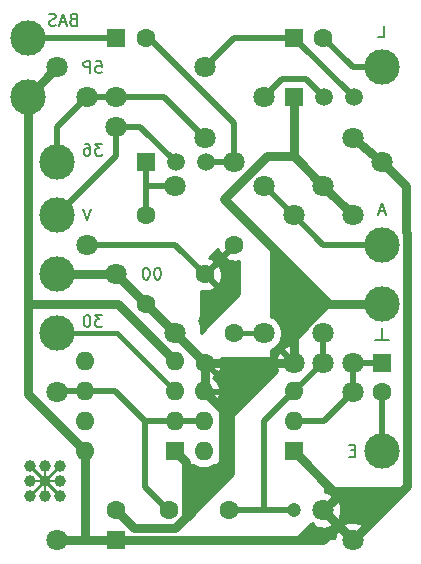
<source format=gbr>
%TF.GenerationSoftware,KiCad,Pcbnew,5.1.10*%
%TF.CreationDate,2021-12-12T21:50:47+01:00*%
%TF.ProjectId,Magnetbandinterface_4k-System,4d61676e-6574-4626-916e-64696e746572,rev?*%
%TF.SameCoordinates,Original*%
%TF.FileFunction,Copper,L2,Bot*%
%TF.FilePolarity,Positive*%
%FSLAX46Y46*%
G04 Gerber Fmt 4.6, Leading zero omitted, Abs format (unit mm)*
G04 Created by KiCad (PCBNEW 5.1.10) date 2021-12-12 21:50:47*
%MOMM*%
%LPD*%
G01*
G04 APERTURE LIST*
%TA.AperFunction,NonConductor*%
%ADD10C,0.150000*%
%TD*%
%TA.AperFunction,SMDPad,CuDef*%
%ADD11C,0.100000*%
%TD*%
%TA.AperFunction,SMDPad,CuDef*%
%ADD12R,2.540000X0.250000*%
%TD*%
%TA.AperFunction,SMDPad,CuDef*%
%ADD13R,0.250000X2.540000*%
%TD*%
%TA.AperFunction,SMDPad,CuDef*%
%ADD14C,1.000000*%
%TD*%
%TA.AperFunction,ComponentPad*%
%ADD15C,1.600000*%
%TD*%
%TA.AperFunction,ComponentPad*%
%ADD16C,3.000000*%
%TD*%
%TA.AperFunction,ComponentPad*%
%ADD17C,1.800000*%
%TD*%
%TA.AperFunction,ComponentPad*%
%ADD18R,1.500000X1.500000*%
%TD*%
%TA.AperFunction,ComponentPad*%
%ADD19C,1.500000*%
%TD*%
%TA.AperFunction,ComponentPad*%
%ADD20O,1.600000X1.600000*%
%TD*%
%TA.AperFunction,ComponentPad*%
%ADD21R,1.600000X1.600000*%
%TD*%
%TA.AperFunction,ViaPad*%
%ADD22C,1.200000*%
%TD*%
%TA.AperFunction,Conductor*%
%ADD23C,0.500000*%
%TD*%
%TA.AperFunction,Conductor*%
%ADD24C,0.800000*%
%TD*%
%TA.AperFunction,Conductor*%
%ADD25C,0.400000*%
%TD*%
%TA.AperFunction,Conductor*%
%ADD26C,0.254000*%
%TD*%
%TA.AperFunction,Conductor*%
%ADD27C,0.100000*%
%TD*%
G04 APERTURE END LIST*
D10*
X105833333Y-99428571D02*
X105690476Y-99476190D01*
X105642857Y-99523809D01*
X105595238Y-99619047D01*
X105595238Y-99761904D01*
X105642857Y-99857142D01*
X105690476Y-99904761D01*
X105785714Y-99952380D01*
X106166666Y-99952380D01*
X106166666Y-98952380D01*
X105833333Y-98952380D01*
X105738095Y-99000000D01*
X105690476Y-99047619D01*
X105642857Y-99142857D01*
X105642857Y-99238095D01*
X105690476Y-99333333D01*
X105738095Y-99380952D01*
X105833333Y-99428571D01*
X106166666Y-99428571D01*
X105214285Y-99666666D02*
X104738095Y-99666666D01*
X105309523Y-99952380D02*
X104976190Y-98952380D01*
X104642857Y-99952380D01*
X104357142Y-99904761D02*
X104214285Y-99952380D01*
X103976190Y-99952380D01*
X103880952Y-99904761D01*
X103833333Y-99857142D01*
X103785714Y-99761904D01*
X103785714Y-99666666D01*
X103833333Y-99571428D01*
X103880952Y-99523809D01*
X103976190Y-99476190D01*
X104166666Y-99428571D01*
X104261904Y-99380952D01*
X104309523Y-99333333D01*
X104357142Y-99238095D01*
X104357142Y-99142857D01*
X104309523Y-99047619D01*
X104261904Y-99000000D01*
X104166666Y-98952380D01*
X103928571Y-98952380D01*
X103785714Y-99000000D01*
X107761904Y-102952380D02*
X108238095Y-102952380D01*
X108285714Y-103428571D01*
X108238095Y-103380952D01*
X108142857Y-103333333D01*
X107904761Y-103333333D01*
X107809523Y-103380952D01*
X107761904Y-103428571D01*
X107714285Y-103523809D01*
X107714285Y-103761904D01*
X107761904Y-103857142D01*
X107809523Y-103904761D01*
X107904761Y-103952380D01*
X108142857Y-103952380D01*
X108238095Y-103904761D01*
X108285714Y-103857142D01*
X107285714Y-103952380D02*
X107285714Y-102952380D01*
X106904761Y-102952380D01*
X106809523Y-103000000D01*
X106761904Y-103047619D01*
X106714285Y-103142857D01*
X106714285Y-103285714D01*
X106761904Y-103380952D01*
X106809523Y-103428571D01*
X106904761Y-103476190D01*
X107285714Y-103476190D01*
X108309523Y-109952380D02*
X107690476Y-109952380D01*
X108023809Y-110333333D01*
X107880952Y-110333333D01*
X107785714Y-110380952D01*
X107738095Y-110428571D01*
X107690476Y-110523809D01*
X107690476Y-110761904D01*
X107738095Y-110857142D01*
X107785714Y-110904761D01*
X107880952Y-110952380D01*
X108166666Y-110952380D01*
X108261904Y-110904761D01*
X108309523Y-110857142D01*
X106833333Y-109952380D02*
X107023809Y-109952380D01*
X107119047Y-110000000D01*
X107166666Y-110047619D01*
X107261904Y-110190476D01*
X107309523Y-110380952D01*
X107309523Y-110761904D01*
X107261904Y-110857142D01*
X107214285Y-110904761D01*
X107119047Y-110952380D01*
X106928571Y-110952380D01*
X106833333Y-110904761D01*
X106785714Y-110857142D01*
X106738095Y-110761904D01*
X106738095Y-110523809D01*
X106785714Y-110428571D01*
X106833333Y-110380952D01*
X106928571Y-110333333D01*
X107119047Y-110333333D01*
X107214285Y-110380952D01*
X107261904Y-110428571D01*
X107309523Y-110523809D01*
X107333333Y-115452380D02*
X107000000Y-116452380D01*
X106666666Y-115452380D01*
X108309523Y-124452380D02*
X107690476Y-124452380D01*
X108023809Y-124833333D01*
X107880952Y-124833333D01*
X107785714Y-124880952D01*
X107738095Y-124928571D01*
X107690476Y-125023809D01*
X107690476Y-125261904D01*
X107738095Y-125357142D01*
X107785714Y-125404761D01*
X107880952Y-125452380D01*
X108166666Y-125452380D01*
X108261904Y-125404761D01*
X108309523Y-125357142D01*
X107071428Y-124452380D02*
X106976190Y-124452380D01*
X106880952Y-124500000D01*
X106833333Y-124547619D01*
X106785714Y-124642857D01*
X106738095Y-124833333D01*
X106738095Y-125071428D01*
X106785714Y-125261904D01*
X106833333Y-125357142D01*
X106880952Y-125404761D01*
X106976190Y-125452380D01*
X107071428Y-125452380D01*
X107166666Y-125404761D01*
X107214285Y-125357142D01*
X107261904Y-125261904D01*
X107309523Y-125071428D01*
X107309523Y-124833333D01*
X107261904Y-124642857D01*
X107214285Y-124547619D01*
X107166666Y-124500000D01*
X107071428Y-124452380D01*
X113023809Y-120452380D02*
X112928571Y-120452380D01*
X112833333Y-120500000D01*
X112785714Y-120547619D01*
X112738095Y-120642857D01*
X112690476Y-120833333D01*
X112690476Y-121071428D01*
X112738095Y-121261904D01*
X112785714Y-121357142D01*
X112833333Y-121404761D01*
X112928571Y-121452380D01*
X113023809Y-121452380D01*
X113119047Y-121404761D01*
X113166666Y-121357142D01*
X113214285Y-121261904D01*
X113261904Y-121071428D01*
X113261904Y-120833333D01*
X113214285Y-120642857D01*
X113166666Y-120547619D01*
X113119047Y-120500000D01*
X113023809Y-120452380D01*
X112071428Y-120452380D02*
X111976190Y-120452380D01*
X111880952Y-120500000D01*
X111833333Y-120547619D01*
X111785714Y-120642857D01*
X111738095Y-120833333D01*
X111738095Y-121071428D01*
X111785714Y-121261904D01*
X111833333Y-121357142D01*
X111880952Y-121404761D01*
X111976190Y-121452380D01*
X112071428Y-121452380D01*
X112166666Y-121404761D01*
X112214285Y-121357142D01*
X112261904Y-121261904D01*
X112309523Y-121071428D01*
X112309523Y-120833333D01*
X112261904Y-120642857D01*
X112214285Y-120547619D01*
X112166666Y-120500000D01*
X112071428Y-120452380D01*
X131428571Y-126547619D02*
X132571428Y-126547619D01*
X132000000Y-125547619D02*
X132000000Y-126547619D01*
X129714285Y-135928571D02*
X129380952Y-135928571D01*
X129238095Y-136452380D02*
X129714285Y-136452380D01*
X129714285Y-135452380D01*
X129238095Y-135452380D01*
X132238095Y-115666666D02*
X131761904Y-115666666D01*
X132333333Y-115952380D02*
X132000000Y-114952380D01*
X131666666Y-115952380D01*
X131690476Y-100952380D02*
X132166666Y-100952380D01*
X132166666Y-99952380D01*
%TA.AperFunction,SMDPad,CuDef*%
D11*
%TO.P,REF\u002A\u002A,2*%
%TO.N,N/C*%
G36*
X102315596Y-137138819D02*
G01*
X104861181Y-139684404D01*
X104684404Y-139861181D01*
X102138819Y-137315596D01*
X102315596Y-137138819D01*
G37*
%TD.AperFunction*%
%TA.AperFunction,SMDPad,CuDef*%
G36*
X102138819Y-139684404D02*
G01*
X104684404Y-137138819D01*
X104861181Y-137315596D01*
X102315596Y-139861181D01*
X102138819Y-139684404D01*
G37*
%TD.AperFunction*%
D12*
X103500000Y-138500000D03*
D13*
X103500000Y-138500000D03*
D14*
%TO.P,REF\u002A\u002A,1*%
X102230000Y-138500000D03*
X102230000Y-137230000D03*
X103500000Y-137230000D03*
X104770000Y-137230000D03*
X104770000Y-138500000D03*
X104770000Y-139770000D03*
X103500000Y-139770000D03*
X102230000Y-139770000D03*
X103500000Y-138500000D03*
%TD*%
D15*
%TO.P,C14,2*%
%TO.N,Net-(C13-Pad1)*%
X119500000Y-118500000D03*
%TO.P,C14,1*%
%TO.N,Net-(C14-Pad1)*%
X119500000Y-126000000D03*
%TD*%
%TO.P,C13,2*%
%TO.N,GND*%
X117000000Y-128500000D03*
%TO.P,C13,1*%
%TO.N,Net-(C13-Pad1)*%
X117000000Y-121000000D03*
%TD*%
%TO.P,C2,2*%
%TO.N,GND*%
X112000000Y-123500000D03*
%TO.P,C2,1*%
%TO.N,Net-(C2-Pad1)*%
X112000000Y-116000000D03*
%TD*%
D16*
%TO.P,TP10,1*%
%TO.N,/L*%
X132000000Y-103500000D03*
%TD*%
%TO.P,TP9,1*%
%TO.N,+5P*%
X102000000Y-106000000D03*
%TD*%
%TO.P,TP8,1*%
%TO.N,Net-(R4-Pad1)*%
X104500000Y-116000000D03*
%TD*%
%TO.P,TP7,1*%
%TO.N,Net-(C1-Pad1)*%
X102000000Y-101000000D03*
%TD*%
%TO.P,TP6,1*%
%TO.N,GND*%
X104500000Y-121000000D03*
%TD*%
%TO.P,TP5,1*%
%TO.N,/P30*%
X104500000Y-126000000D03*
%TD*%
%TO.P,TP4,1*%
%TO.N,/P36*%
X104500000Y-111500000D03*
%TD*%
%TO.P,TP3,1*%
%TO.N,/A*%
X132000000Y-118500000D03*
%TD*%
%TO.P,TP2,1*%
%TO.N,GND*%
X132000000Y-123500000D03*
%TD*%
%TO.P,TP1,1*%
%TO.N,/E*%
X132000000Y-136000000D03*
%TD*%
D17*
%TO.P,R19,2*%
%TO.N,GND*%
X124500000Y-128500000D03*
%TO.P,R19,1*%
%TO.N,/A*%
X124500000Y-116000000D03*
%TD*%
%TO.P,R18,2*%
%TO.N,GND*%
X129500000Y-116000000D03*
%TO.P,R18,1*%
%TO.N,Net-(C16-Pad1)*%
X129500000Y-128500000D03*
%TD*%
%TO.P,R17,2*%
%TO.N,Net-(C16-Pad1)*%
X129500000Y-131000000D03*
%TO.P,R17,1*%
%TO.N,+5P*%
X129500000Y-143500000D03*
%TD*%
%TO.P,R15,2*%
%TO.N,Net-(C3-Pad2)*%
X104500000Y-131000000D03*
%TO.P,R15,1*%
%TO.N,+5P*%
X104500000Y-143500000D03*
%TD*%
%TO.P,R14,2*%
%TO.N,/P36*%
X107000000Y-106000000D03*
%TO.P,R14,1*%
%TO.N,Net-(C13-Pad1)*%
X107000000Y-118500000D03*
%TD*%
%TO.P,R13,2*%
%TO.N,Net-(C18-Pad1)*%
X117000000Y-103500000D03*
%TO.P,R13,1*%
%TO.N,+5P*%
X104500000Y-103500000D03*
%TD*%
%TO.P,R8,2*%
%TO.N,GND*%
X127000000Y-113500000D03*
%TO.P,R8,1*%
%TO.N,Net-(C3-Pad1)*%
X127000000Y-126000000D03*
%TD*%
%TO.P,R7,2*%
%TO.N,Net-(C3-Pad1)*%
X127000000Y-128500000D03*
%TO.P,R7,1*%
%TO.N,+5P*%
X127000000Y-141000000D03*
%TD*%
%TO.P,R6,2*%
%TO.N,/A*%
X122000000Y-113500000D03*
%TO.P,R6,1*%
%TO.N,Net-(C14-Pad1)*%
X122000000Y-126000000D03*
%TD*%
%TO.P,R5,2*%
%TO.N,GND*%
X114500000Y-126000000D03*
%TO.P,R5,1*%
%TO.N,Net-(C2-Pad1)*%
X114500000Y-113500000D03*
%TD*%
%TO.P,R4,2*%
%TO.N,GND*%
X109500000Y-121000000D03*
%TO.P,R4,1*%
%TO.N,Net-(R4-Pad1)*%
X109500000Y-108500000D03*
%TD*%
%TO.P,R3,2*%
%TO.N,/P36*%
X109500000Y-106000000D03*
%TO.P,R3,1*%
%TO.N,Net-(R3-Pad1)*%
X122000000Y-106000000D03*
%TD*%
%TO.P,R2,2*%
%TO.N,/P36*%
X117000000Y-109500000D03*
%TO.P,R2,1*%
%TO.N,+5P*%
X129500000Y-109500000D03*
%TD*%
%TO.P,R1,2*%
%TO.N,Net-(C1-Pad2)*%
X119500000Y-111500000D03*
%TO.P,R1,1*%
%TO.N,+5P*%
X132000000Y-111500000D03*
%TD*%
D18*
%TO.P,T2,1*%
%TO.N,Net-(C2-Pad1)*%
X112000000Y-111500000D03*
D19*
%TO.P,T2,3*%
%TO.N,Net-(C1-Pad2)*%
X117080000Y-111500000D03*
%TO.P,T2,2*%
%TO.N,Net-(R4-Pad1)*%
X114540000Y-111500000D03*
%TD*%
D18*
%TO.P,T1,1*%
%TO.N,GND*%
X124500000Y-106000000D03*
D19*
%TO.P,T1,3*%
%TO.N,Net-(C18-Pad1)*%
X129580000Y-106000000D03*
%TO.P,T1,2*%
%TO.N,Net-(R3-Pad1)*%
X127040000Y-106000000D03*
%TD*%
D20*
%TO.P,U18,6*%
%TO.N,Net-(U18-Pad6)*%
X116880000Y-136000000D03*
%TO.P,U18,3*%
%TO.N,Net-(C3-Pad1)*%
X124500000Y-130920000D03*
%TO.P,U18,5*%
%TO.N,Net-(C3-Pad2)*%
X116880000Y-133460000D03*
%TO.P,U18,2*%
%TO.N,Net-(C16-Pad1)*%
X124500000Y-133460000D03*
%TO.P,U18,4*%
%TO.N,GND*%
X116880000Y-130920000D03*
D21*
%TO.P,U18,1*%
%TO.N,+5P*%
X124500000Y-136000000D03*
%TD*%
D20*
%TO.P,U17,8*%
%TO.N,+5P*%
X106880000Y-136000000D03*
%TO.P,U17,4*%
X114500000Y-128380000D03*
%TO.P,U17,7*%
%TO.N,Net-(U17-Pad7)*%
X106880000Y-133460000D03*
%TO.P,U17,3*%
%TO.N,/P30*%
X114500000Y-130920000D03*
%TO.P,U17,6*%
%TO.N,Net-(C3-Pad2)*%
X106880000Y-130920000D03*
%TO.P,U17,2*%
X114500000Y-133460000D03*
%TO.P,U17,5*%
%TO.N,Net-(U17-Pad5)*%
X106880000Y-128380000D03*
D21*
%TO.P,U17,1*%
%TO.N,GND*%
X114500000Y-136000000D03*
%TD*%
D15*
%TO.P,C18,2*%
%TO.N,/L*%
X127000000Y-101000000D03*
D21*
%TO.P,C18,1*%
%TO.N,Net-(C18-Pad1)*%
X124500000Y-101000000D03*
%TD*%
D15*
%TO.P,C17,2*%
%TO.N,GND*%
X109500000Y-141000000D03*
D21*
%TO.P,C17,1*%
%TO.N,+5P*%
X109500000Y-143500000D03*
%TD*%
D15*
%TO.P,C16,2*%
%TO.N,/E*%
X132000000Y-131000000D03*
D21*
%TO.P,C16,1*%
%TO.N,Net-(C16-Pad1)*%
X132000000Y-128500000D03*
%TD*%
D15*
%TO.P,C3,2*%
%TO.N,Net-(C3-Pad2)*%
X114000000Y-141000000D03*
%TO.P,C3,1*%
%TO.N,Net-(C3-Pad1)*%
X119000000Y-141000000D03*
%TD*%
%TO.P,C1,2*%
%TO.N,Net-(C1-Pad2)*%
X112000000Y-101000000D03*
D21*
%TO.P,C1,1*%
%TO.N,Net-(C1-Pad1)*%
X109500000Y-101000000D03*
%TD*%
D22*
%TO.N,Net-(C3-Pad1)*%
X124500000Y-141000000D03*
%TO.N,Net-(C13-Pad1)*%
X119500000Y-122500000D03*
X117000000Y-125000000D03*
%TD*%
D23*
%TO.N,Net-(C1-Pad2)*%
X119500000Y-108220002D02*
X119500000Y-111500000D01*
X112279998Y-101000000D02*
X119500000Y-108220002D01*
X119500000Y-111500000D02*
X117080000Y-111500000D01*
%TO.N,Net-(C1-Pad1)*%
X107000000Y-101000000D02*
X102000000Y-101000000D01*
X107000000Y-101000000D02*
X109500000Y-101000000D01*
D24*
%TO.N,GND*%
X129500000Y-116000000D02*
X127000000Y-113500000D01*
X124500000Y-111000000D02*
X124500000Y-106000000D01*
X127000000Y-113500000D02*
X124500000Y-111000000D01*
X104500000Y-121000000D02*
X109500000Y-121000000D01*
X109500000Y-121000000D02*
X112000000Y-123500000D01*
X112000000Y-123500000D02*
X114500000Y-126000000D01*
X114500000Y-126000000D02*
X117000000Y-128500000D01*
X117000000Y-128500000D02*
X124500000Y-128500000D01*
X117000000Y-130800000D02*
X116880000Y-130920000D01*
X117000000Y-128500000D02*
X117000000Y-130800000D01*
X115400001Y-136900001D02*
X114500000Y-136000000D01*
X116880000Y-130920000D02*
X118500000Y-132540000D01*
X118500000Y-137000000D02*
X117400001Y-138099999D01*
X117400001Y-138099999D02*
X115400001Y-138099999D01*
X118500000Y-132540000D02*
X118500000Y-137000000D01*
X115400001Y-138099999D02*
X115400001Y-136900001D01*
X132000000Y-123500000D02*
X128500000Y-123500000D01*
X127279998Y-123500000D02*
X128500000Y-123500000D01*
X124500000Y-126279998D02*
X127279998Y-123500000D01*
X124500000Y-128500000D02*
X124500000Y-126279998D01*
X122220002Y-111000000D02*
X124500000Y-111000000D01*
X118610001Y-114610001D02*
X122220002Y-111000000D01*
X127500000Y-123500000D02*
X118610001Y-114610001D01*
X128500000Y-123500000D02*
X127500000Y-123500000D01*
X115400001Y-141599999D02*
X115400001Y-138099999D01*
X114500000Y-142500000D02*
X115400001Y-141599999D01*
X111000000Y-142500000D02*
X114500000Y-142500000D01*
X109500000Y-141000000D02*
X111000000Y-142500000D01*
D23*
%TO.N,Net-(C2-Pad1)*%
X114500000Y-113500000D02*
X112000000Y-113500000D01*
X112000000Y-113500000D02*
X112000000Y-111500000D01*
X112000000Y-116000000D02*
X112000000Y-113500000D01*
%TO.N,Net-(C3-Pad2)*%
X104580000Y-130920000D02*
X104500000Y-131000000D01*
X106880000Y-130920000D02*
X104580000Y-130920000D01*
X106880000Y-130920000D02*
X109420000Y-130920000D01*
X111960000Y-133460000D02*
X114500000Y-133460000D01*
X109420000Y-130920000D02*
X111960000Y-133460000D01*
X114500000Y-133460000D02*
X116880000Y-133460000D01*
X111960000Y-138460000D02*
X111960000Y-133460000D01*
X114000000Y-141040000D02*
X111960000Y-139000000D01*
X111960000Y-139000000D02*
X111960000Y-138460000D01*
%TO.N,Net-(C3-Pad1)*%
X122000000Y-133420000D02*
X122000000Y-141000000D01*
X124500000Y-130920000D02*
X122000000Y-133420000D01*
X122000000Y-141000000D02*
X124500000Y-141000000D01*
X119000000Y-141000000D02*
X122000000Y-141000000D01*
X124580000Y-130920000D02*
X127000000Y-128500000D01*
X124500000Y-130920000D02*
X124580000Y-130920000D01*
X127000000Y-128500000D02*
X127000000Y-126000000D01*
%TO.N,Net-(C13-Pad1)*%
X107000000Y-118500000D02*
X114500000Y-118500000D01*
X114500000Y-118500000D02*
X117000000Y-121000000D01*
D25*
%TO.N,Net-(C14-Pad1)*%
X122000000Y-126000000D02*
X119500000Y-126000000D01*
D23*
%TO.N,/E*%
X132000000Y-131000000D02*
X132000000Y-136000000D01*
%TO.N,Net-(C16-Pad1)*%
X127040000Y-133460000D02*
X129500000Y-131000000D01*
X124500000Y-133460000D02*
X127040000Y-133460000D01*
X129500000Y-128500000D02*
X132000000Y-128500000D01*
X129500000Y-128500000D02*
X129500000Y-131000000D01*
D24*
%TO.N,+5P*%
X129500000Y-109500000D02*
X132000000Y-111500000D01*
X134100001Y-138899999D02*
X129500000Y-143500000D01*
X134100001Y-117491999D02*
X134100001Y-138899999D01*
X134000000Y-117391998D02*
X134100001Y-117491999D01*
X134000000Y-113500000D02*
X134000000Y-117391998D01*
X132000000Y-111500000D02*
X134000000Y-113500000D01*
X106880000Y-143380000D02*
X107000000Y-143500000D01*
X106880000Y-136000000D02*
X106880000Y-143380000D01*
X107000000Y-143500000D02*
X104500000Y-143500000D01*
X109500000Y-143500000D02*
X107000000Y-143500000D01*
X106880000Y-136000000D02*
X102000000Y-131120000D01*
X102000000Y-131120000D02*
X102000000Y-124000000D01*
X104500000Y-103500000D02*
X102000000Y-106000000D01*
X102000000Y-124000000D02*
X102000000Y-106000000D01*
X128000000Y-140000000D02*
X127000000Y-141000000D01*
X128000000Y-139500000D02*
X128000000Y-140000000D01*
X124500000Y-136000000D02*
X128000000Y-139500000D01*
X128500000Y-142500000D02*
X129500000Y-143500000D01*
X127000000Y-141000000D02*
X128500000Y-142500000D01*
X128000000Y-142500000D02*
X128500000Y-142500000D01*
X109500000Y-143500000D02*
X127000000Y-143500000D01*
X127000000Y-143500000D02*
X128000000Y-142500000D01*
X102000000Y-123500000D02*
X102000000Y-124000000D01*
X109620000Y-123500000D02*
X102000000Y-123500000D01*
X114500000Y-128380000D02*
X109620000Y-123500000D01*
D23*
%TO.N,/L*%
X129500000Y-103500000D02*
X132000000Y-103500000D01*
X127000000Y-101000000D02*
X129500000Y-103500000D01*
%TO.N,Net-(C18-Pad1)*%
X119500000Y-101000000D02*
X124500000Y-101000000D01*
X117000000Y-103500000D02*
X119500000Y-101000000D01*
X124580000Y-101000000D02*
X129580000Y-106000000D01*
X124500000Y-101000000D02*
X124580000Y-101000000D01*
%TO.N,/P36*%
X104500000Y-108500000D02*
X107000000Y-106000000D01*
X104500000Y-111500000D02*
X104500000Y-108500000D01*
X107000000Y-106000000D02*
X109500000Y-106000000D01*
X113500000Y-106000000D02*
X117000000Y-109500000D01*
X109500000Y-106000000D02*
X113500000Y-106000000D01*
%TO.N,Net-(R3-Pad1)*%
X127040000Y-106000000D02*
X125540000Y-104500000D01*
X123500000Y-104500000D02*
X122000000Y-106000000D01*
X125540000Y-104500000D02*
X123500000Y-104500000D01*
%TO.N,Net-(R4-Pad1)*%
X109500000Y-111000000D02*
X109500000Y-108500000D01*
X104500000Y-116000000D02*
X109500000Y-111000000D01*
X111540000Y-108500000D02*
X109500000Y-108500000D01*
X114540000Y-111500000D02*
X111540000Y-108500000D01*
%TO.N,/A*%
X122000000Y-113500000D02*
X124500000Y-116000000D01*
X127000000Y-118500000D02*
X132000000Y-118500000D01*
X124500000Y-116000000D02*
X127000000Y-118500000D01*
D25*
%TO.N,/P30*%
X109580000Y-126000000D02*
X104500000Y-126000000D01*
X114500000Y-130920000D02*
X109580000Y-126000000D01*
%TD*%
D26*
%TO.N,+5P*%
X130500423Y-142319971D02*
X130500422Y-142319970D01*
X130384475Y-142435917D01*
X130300792Y-142181739D01*
X130028225Y-142050842D01*
X129735358Y-141975635D01*
X129433447Y-141959009D01*
X129134093Y-142001603D01*
X128848801Y-142101778D01*
X128699208Y-142181739D01*
X128615525Y-142435920D01*
X129500000Y-143320395D01*
X129447394Y-143373000D01*
X129193395Y-143373000D01*
X128435920Y-142615525D01*
X128181739Y-142699208D01*
X128050842Y-142971775D01*
X127975635Y-143264642D01*
X127969668Y-143373000D01*
X124806606Y-143373000D01*
X125999577Y-142180029D01*
X125999578Y-142180030D01*
X126115525Y-142064083D01*
X126199208Y-142318261D01*
X126471775Y-142449158D01*
X126764642Y-142524365D01*
X127066553Y-142540991D01*
X127365907Y-142498397D01*
X127651199Y-142398222D01*
X127800792Y-142318261D01*
X127884475Y-142064080D01*
X127000001Y-141179606D01*
X127089803Y-141089803D01*
X127105597Y-141070557D01*
X127117333Y-141048601D01*
X127124560Y-141024776D01*
X127127000Y-141000000D01*
X127179605Y-141000000D01*
X128064080Y-141884475D01*
X128318261Y-141800792D01*
X128449158Y-141528225D01*
X128524365Y-141235358D01*
X128540991Y-140933447D01*
X128498397Y-140634093D01*
X128398222Y-140348801D01*
X128318261Y-140199208D01*
X128064080Y-140115525D01*
X127179605Y-141000000D01*
X127127000Y-141000000D01*
X127127000Y-140693395D01*
X127884475Y-139935920D01*
X127800792Y-139681739D01*
X127528225Y-139550842D01*
X127235358Y-139475635D01*
X127127000Y-139469668D01*
X127127000Y-139127000D01*
X133693394Y-139127000D01*
X130500423Y-142319971D01*
%TA.AperFunction,Conductor*%
D27*
G36*
X130500423Y-142319971D02*
G01*
X130500422Y-142319970D01*
X130384475Y-142435917D01*
X130300792Y-142181739D01*
X130028225Y-142050842D01*
X129735358Y-141975635D01*
X129433447Y-141959009D01*
X129134093Y-142001603D01*
X128848801Y-142101778D01*
X128699208Y-142181739D01*
X128615525Y-142435920D01*
X129500000Y-143320395D01*
X129447394Y-143373000D01*
X129193395Y-143373000D01*
X128435920Y-142615525D01*
X128181739Y-142699208D01*
X128050842Y-142971775D01*
X127975635Y-143264642D01*
X127969668Y-143373000D01*
X124806606Y-143373000D01*
X125999577Y-142180029D01*
X125999578Y-142180030D01*
X126115525Y-142064083D01*
X126199208Y-142318261D01*
X126471775Y-142449158D01*
X126764642Y-142524365D01*
X127066553Y-142540991D01*
X127365907Y-142498397D01*
X127651199Y-142398222D01*
X127800792Y-142318261D01*
X127884475Y-142064080D01*
X127000001Y-141179606D01*
X127089803Y-141089803D01*
X127105597Y-141070557D01*
X127117333Y-141048601D01*
X127124560Y-141024776D01*
X127127000Y-141000000D01*
X127179605Y-141000000D01*
X128064080Y-141884475D01*
X128318261Y-141800792D01*
X128449158Y-141528225D01*
X128524365Y-141235358D01*
X128540991Y-140933447D01*
X128498397Y-140634093D01*
X128398222Y-140348801D01*
X128318261Y-140199208D01*
X128064080Y-140115525D01*
X127179605Y-141000000D01*
X127127000Y-141000000D01*
X127127000Y-140693395D01*
X127884475Y-139935920D01*
X127800792Y-139681739D01*
X127528225Y-139550842D01*
X127235358Y-139475635D01*
X127127000Y-139469668D01*
X127127000Y-139127000D01*
X133693394Y-139127000D01*
X130500423Y-142319971D01*
G37*
%TD.AperFunction*%
%TD*%
D26*
%TO.N,GND*%
X122975635Y-128264642D02*
X122959009Y-128566553D01*
X123001603Y-128865907D01*
X123101778Y-129151199D01*
X123125261Y-129195133D01*
X119410197Y-132910197D01*
X119394403Y-132929443D01*
X119382667Y-132951399D01*
X119375440Y-132975224D01*
X119373000Y-133000000D01*
X119373000Y-137947394D01*
X115627000Y-141693394D01*
X115627000Y-137345233D01*
X115654494Y-137330537D01*
X115751185Y-137251185D01*
X115830537Y-137154494D01*
X115845233Y-137127000D01*
X115983744Y-137127000D01*
X116200273Y-137271680D01*
X116461426Y-137379853D01*
X116738665Y-137435000D01*
X117021335Y-137435000D01*
X117298574Y-137379853D01*
X117559727Y-137271680D01*
X117776256Y-137127000D01*
X118500000Y-137127000D01*
X118524776Y-137124560D01*
X118548601Y-137117333D01*
X118570557Y-137105597D01*
X118589803Y-137089803D01*
X118605597Y-137070557D01*
X118617333Y-137048601D01*
X118624560Y-137024776D01*
X118627000Y-137000000D01*
X118627000Y-133000000D01*
X118624560Y-132975224D01*
X118617333Y-132951399D01*
X118605597Y-132929443D01*
X118589803Y-132910197D01*
X117743973Y-132064367D01*
X117943519Y-131883414D01*
X118111037Y-131657420D01*
X118231246Y-131403087D01*
X118271904Y-131269039D01*
X118149915Y-131047000D01*
X117127000Y-131047000D01*
X117127000Y-130793000D01*
X118149915Y-130793000D01*
X118271904Y-130570961D01*
X118231246Y-130436913D01*
X118111037Y-130182580D01*
X117943519Y-129956586D01*
X117735131Y-129767615D01*
X117710857Y-129753057D01*
X117741514Y-129736671D01*
X117813097Y-129492702D01*
X117000000Y-128679605D01*
X116985858Y-128693748D01*
X116806253Y-128514143D01*
X116820395Y-128500000D01*
X116806253Y-128485858D01*
X116985858Y-128306253D01*
X117000000Y-128320395D01*
X117014143Y-128306253D01*
X117193748Y-128485858D01*
X117179605Y-128500000D01*
X117992702Y-129313097D01*
X118236671Y-129241514D01*
X118357571Y-128986004D01*
X118426300Y-128711816D01*
X118440217Y-128429488D01*
X118398787Y-128149870D01*
X118390608Y-128127000D01*
X123010981Y-128127000D01*
X122975635Y-128264642D01*
%TA.AperFunction,Conductor*%
D27*
G36*
X122975635Y-128264642D02*
G01*
X122959009Y-128566553D01*
X123001603Y-128865907D01*
X123101778Y-129151199D01*
X123125261Y-129195133D01*
X119410197Y-132910197D01*
X119394403Y-132929443D01*
X119382667Y-132951399D01*
X119375440Y-132975224D01*
X119373000Y-133000000D01*
X119373000Y-137947394D01*
X115627000Y-141693394D01*
X115627000Y-137345233D01*
X115654494Y-137330537D01*
X115751185Y-137251185D01*
X115830537Y-137154494D01*
X115845233Y-137127000D01*
X115983744Y-137127000D01*
X116200273Y-137271680D01*
X116461426Y-137379853D01*
X116738665Y-137435000D01*
X117021335Y-137435000D01*
X117298574Y-137379853D01*
X117559727Y-137271680D01*
X117776256Y-137127000D01*
X118500000Y-137127000D01*
X118524776Y-137124560D01*
X118548601Y-137117333D01*
X118570557Y-137105597D01*
X118589803Y-137089803D01*
X118605597Y-137070557D01*
X118617333Y-137048601D01*
X118624560Y-137024776D01*
X118627000Y-137000000D01*
X118627000Y-133000000D01*
X118624560Y-132975224D01*
X118617333Y-132951399D01*
X118605597Y-132929443D01*
X118589803Y-132910197D01*
X117743973Y-132064367D01*
X117943519Y-131883414D01*
X118111037Y-131657420D01*
X118231246Y-131403087D01*
X118271904Y-131269039D01*
X118149915Y-131047000D01*
X117127000Y-131047000D01*
X117127000Y-130793000D01*
X118149915Y-130793000D01*
X118271904Y-130570961D01*
X118231246Y-130436913D01*
X118111037Y-130182580D01*
X117943519Y-129956586D01*
X117735131Y-129767615D01*
X117710857Y-129753057D01*
X117741514Y-129736671D01*
X117813097Y-129492702D01*
X117000000Y-128679605D01*
X116985858Y-128693748D01*
X116806253Y-128514143D01*
X116820395Y-128500000D01*
X116806253Y-128485858D01*
X116985858Y-128306253D01*
X117000000Y-128320395D01*
X117014143Y-128306253D01*
X117193748Y-128485858D01*
X117179605Y-128500000D01*
X117992702Y-129313097D01*
X118236671Y-129241514D01*
X118357571Y-128986004D01*
X118426300Y-128711816D01*
X118440217Y-128429488D01*
X118398787Y-128149870D01*
X118390608Y-128127000D01*
X123010981Y-128127000D01*
X122975635Y-128264642D01*
G37*
%TD.AperFunction*%
%TD*%
D26*
%TO.N,GND*%
X127320394Y-123500000D02*
X124410197Y-126410197D01*
X124394403Y-126429443D01*
X124382667Y-126451399D01*
X124375440Y-126475224D01*
X124373000Y-126500000D01*
X124373000Y-126967610D01*
X124134093Y-127001603D01*
X123848801Y-127101778D01*
X123699208Y-127181739D01*
X123615525Y-127435920D01*
X124373000Y-128193395D01*
X124373000Y-128373000D01*
X124193395Y-128373000D01*
X123435920Y-127615525D01*
X123181739Y-127699208D01*
X123050842Y-127971775D01*
X122975635Y-128264642D01*
X122969668Y-128373000D01*
X122627000Y-128373000D01*
X122627000Y-127401760D01*
X122727095Y-127360299D01*
X122978505Y-127192312D01*
X123192312Y-126978505D01*
X123360299Y-126727095D01*
X123476011Y-126447743D01*
X123535000Y-126151184D01*
X123535000Y-125848816D01*
X123476011Y-125552257D01*
X123360299Y-125272905D01*
X123192312Y-125021495D01*
X122978505Y-124807688D01*
X122727095Y-124639701D01*
X122627000Y-124598240D01*
X122627000Y-119127000D01*
X122947394Y-119127000D01*
X127320394Y-123500000D01*
%TA.AperFunction,Conductor*%
D27*
G36*
X127320394Y-123500000D02*
G01*
X124410197Y-126410197D01*
X124394403Y-126429443D01*
X124382667Y-126451399D01*
X124375440Y-126475224D01*
X124373000Y-126500000D01*
X124373000Y-126967610D01*
X124134093Y-127001603D01*
X123848801Y-127101778D01*
X123699208Y-127181739D01*
X123615525Y-127435920D01*
X124373000Y-128193395D01*
X124373000Y-128373000D01*
X124193395Y-128373000D01*
X123435920Y-127615525D01*
X123181739Y-127699208D01*
X123050842Y-127971775D01*
X122975635Y-128264642D01*
X122969668Y-128373000D01*
X122627000Y-128373000D01*
X122627000Y-127401760D01*
X122727095Y-127360299D01*
X122978505Y-127192312D01*
X123192312Y-126978505D01*
X123360299Y-126727095D01*
X123476011Y-126447743D01*
X123535000Y-126151184D01*
X123535000Y-125848816D01*
X123476011Y-125552257D01*
X123360299Y-125272905D01*
X123192312Y-125021495D01*
X122978505Y-124807688D01*
X122727095Y-124639701D01*
X122627000Y-124598240D01*
X122627000Y-119127000D01*
X122947394Y-119127000D01*
X127320394Y-123500000D01*
G37*
%TD.AperFunction*%
%TD*%
D26*
%TO.N,Net-(C13-Pad1)*%
X119693748Y-118485858D02*
X119679605Y-118500000D01*
X119693748Y-118514143D01*
X119514143Y-118693748D01*
X119500000Y-118679605D01*
X118686903Y-119492702D01*
X118758486Y-119736671D01*
X119013996Y-119857571D01*
X119288184Y-119926300D01*
X119570512Y-119940217D01*
X119850130Y-119898787D01*
X119873000Y-119890608D01*
X119873000Y-122697394D01*
X116627000Y-125943394D01*
X116627000Y-122385897D01*
X116788184Y-122426300D01*
X117070512Y-122440217D01*
X117350130Y-122398787D01*
X117616292Y-122303603D01*
X117741514Y-122236671D01*
X117813097Y-121992702D01*
X117000000Y-121179605D01*
X116985858Y-121193748D01*
X116806253Y-121014143D01*
X116820395Y-121000000D01*
X117179605Y-121000000D01*
X117992702Y-121813097D01*
X118236671Y-121741514D01*
X118357571Y-121486004D01*
X118426300Y-121211816D01*
X118440217Y-120929488D01*
X118398787Y-120649870D01*
X118303603Y-120383708D01*
X118236671Y-120258486D01*
X117992702Y-120186903D01*
X117179605Y-121000000D01*
X116820395Y-121000000D01*
X116806253Y-120985858D01*
X116985858Y-120806253D01*
X117000000Y-120820395D01*
X117813097Y-120007298D01*
X117741514Y-119763329D01*
X117486004Y-119642429D01*
X117327027Y-119602579D01*
X118098408Y-118831198D01*
X118101213Y-118850130D01*
X118196397Y-119116292D01*
X118263329Y-119241514D01*
X118507298Y-119313097D01*
X119320395Y-118500000D01*
X119306253Y-118485858D01*
X119485858Y-118306253D01*
X119500000Y-118320395D01*
X119514143Y-118306253D01*
X119693748Y-118485858D01*
%TA.AperFunction,Conductor*%
D27*
G36*
X119693748Y-118485858D02*
G01*
X119679605Y-118500000D01*
X119693748Y-118514143D01*
X119514143Y-118693748D01*
X119500000Y-118679605D01*
X118686903Y-119492702D01*
X118758486Y-119736671D01*
X119013996Y-119857571D01*
X119288184Y-119926300D01*
X119570512Y-119940217D01*
X119850130Y-119898787D01*
X119873000Y-119890608D01*
X119873000Y-122697394D01*
X116627000Y-125943394D01*
X116627000Y-122385897D01*
X116788184Y-122426300D01*
X117070512Y-122440217D01*
X117350130Y-122398787D01*
X117616292Y-122303603D01*
X117741514Y-122236671D01*
X117813097Y-121992702D01*
X117000000Y-121179605D01*
X116985858Y-121193748D01*
X116806253Y-121014143D01*
X116820395Y-121000000D01*
X117179605Y-121000000D01*
X117992702Y-121813097D01*
X118236671Y-121741514D01*
X118357571Y-121486004D01*
X118426300Y-121211816D01*
X118440217Y-120929488D01*
X118398787Y-120649870D01*
X118303603Y-120383708D01*
X118236671Y-120258486D01*
X117992702Y-120186903D01*
X117179605Y-121000000D01*
X116820395Y-121000000D01*
X116806253Y-120985858D01*
X116985858Y-120806253D01*
X117000000Y-120820395D01*
X117813097Y-120007298D01*
X117741514Y-119763329D01*
X117486004Y-119642429D01*
X117327027Y-119602579D01*
X118098408Y-118831198D01*
X118101213Y-118850130D01*
X118196397Y-119116292D01*
X118263329Y-119241514D01*
X118507298Y-119313097D01*
X119320395Y-118500000D01*
X119306253Y-118485858D01*
X119485858Y-118306253D01*
X119500000Y-118320395D01*
X119514143Y-118306253D01*
X119693748Y-118485858D01*
G37*
%TD.AperFunction*%
%TD*%
M02*

</source>
